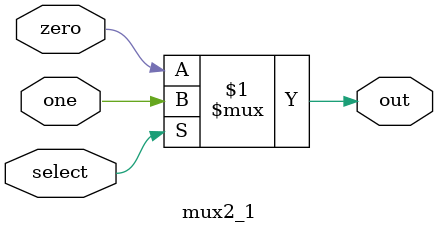
<source format=v>
module mux2_1 (
    input one,
    input zero,
    input select,
    output out
);

assign out = (select)?one:zero;
    
endmodule
//|~~~~~~~~~~~~~~~~~~~~~~~~~~~~~~~~~~~~~~~~~~~~~~~|//
//|                                               |//
//| 1. Project  :  git_login                      |//
//| 2. Author   :  Etay Sela                      |//
//| 3. Date     :  2024-12-21                     |//
//| 4. Version  :  v0.1.0                         |//
//|                                               |//
//|~~~~~~~~~~~~~~~~~~~~~~~~~~~~~~~~~~~~~~~~~~~~~~~|//

</source>
